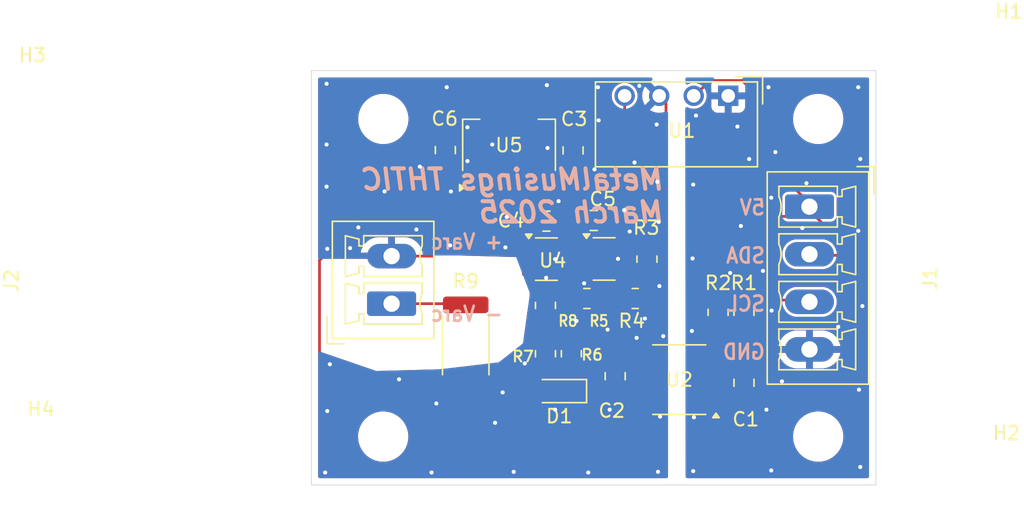
<source format=kicad_pcb>
(kicad_pcb (version 20240108) (generator "pcbnew") (generator_version "8.0")
  (title_block (comment 4 "AISLER Project ID: TCOKWDCI"))
  (layers (0 "F.Cu" signal) (31 "B.Cu" signal) (34 "B.Paste" user) (35 "F.Paste" user) (36 "B.SilkS" user "B.Silkscreen") (37 "F.SilkS" user "F.Silkscreen") (38 "B.Mask" user) (39 "F.Mask" user) (44 "Edge.Cuts" user))
  (net 0 "")
  (net 1 "GND")
  (net 2 "5V")
  (net 3 "GND_ISO")
  (net 4 "Net-(U1-+Vout)")
  (net 5 "VCC_ISO")
  (net 6 "Net-(J1-Pin_2)")
  (net 7 "Net-(J1-Pin_3)")
  (net 8 "Net-(U2-SDA2)")
  (net 9 "Net-(U2-SCL2)")
  (net 10 "Net-(U3-AIN)")
  (net 11 "Net-(J2-Pin_1)")
  (net 12 "Net-(R5-Pad2)")
  (net 13 "Net-(U4--)")
  (net 14 "Net-(D1-A)")
  (footprint "Package_TO_SOT_SMD:SOT-23-5" (layer "F.Cu") (at 176.276 97.9283)
    (property "Reference" "U3" (hide yes))
    (property "Value" "MCP3221")
    (pad "1" smd roundrect (at -1.1375 -0.95) (size 1.325 0.6) (layers "F.Cu" "F.Paste" "F.Mask") (net 5 "VCC_ISO"))
    (pad "2" smd roundrect (at -1.1375 0) (size 1.325 0.6) (layers "F.Cu" "F.Paste" "F.Mask") (net 3 "GND_ISO"))
    (pad "3" smd roundrect (at -1.1375 0.95) (size 1.325 0.6) (layers "F.Cu" "F.Paste" "F.Mask") (net 10 "Net-(U3-AIN)"))
    (pad "4" smd roundrect (at 1.1375 0.95) (size 1.325 0.6) (layers "F.Cu" "F.Paste" "F.Mask") (net 8 "Net-(U2-SDA2)"))
    (pad "5" smd roundrect (at 1.1375 -0.95) (size 1.325 0.6) (layers "F.Cu" "F.Paste" "F.Mask") (net 9 "Net-(U2-SCL2)"))
  )
  (footprint "Package_TO_SOT_SMD:SOT-23-5" (layer "F.Cu") (at 172.03 97.9405)
    (property "Reference" "U4" (at 0.4595 0.1035 0) (layer "F.SilkS"))
    (property "Value" "LMV321")
    (pad "1" smd roundrect (at -1.1375 -0.95) (size 1.325 0.6) (layers "F.Cu" "F.Paste" "F.Mask") (net 3 "GND_ISO"))
    (pad "2" smd roundrect (at -1.1375 0) (size 1.325 0.6) (layers "F.Cu" "F.Paste" "F.Mask") (net 3 "GND_ISO"))
    (pad "3" smd roundrect (at -1.1375 0.95) (size 1.325 0.6) (layers "F.Cu" "F.Paste" "F.Mask") (net 13 "Net-(U4--)"))
    (pad "4" smd roundrect (at 1.1375 0.95) (size 1.325 0.6) (layers "F.Cu" "F.Paste" "F.Mask") (net 12 "Net-(R5-Pad2)"))
    (pad "5" smd roundrect (at 1.1375 -0.95) (size 1.325 0.6) (layers "F.Cu" "F.Paste" "F.Mask") (net 5 "VCC_ISO"))
  )
  (footprint "MountingHole:MountingHole_3.2mm_M3" (layer "F.Cu") (at 192.024 87.63)
    (property "Reference" "H1" (at 14.0185 -7.9055 0) (layer "F.SilkS"))
    (property "Value" "MountingHole")
    (pad "" np_thru_hole circle (at 0 0) (size 3.2 3.2) (drill 3.2) (layers "*.Cu" "*.Mask"))
  )
  (footprint "Resistor_SMD:R_0805_2012Metric" (layer "F.Cu") (at 186.563 101.854 -90)
    (property "Reference" "R1" (at -2.159 0 180) (layer "F.SilkS"))
    (property "Value" "2k2")
    (pad "1" smd roundrect (at -0.9125 0 270) (size 1.025 1.4) (layers "F.Cu" "F.Paste" "F.Mask") (roundrect_rratio 0.243902) (net 2 "5V"))
    (pad "2" smd roundrect (at 0.9125 0 270) (size 1.025 1.4) (layers "F.Cu" "F.Paste" "F.Mask") (roundrect_rratio 0.243902) (net 6 "Net-(J1-Pin_2)"))
  )
  (footprint "Diode_SMD:D_SOD-323_HandSoldering" (layer "F.Cu") (at 172.974 107.649 180)
    (property "Reference" "D1" (at 0 -1.85 180) (layer "F.SilkS"))
    (property "Value" "5.1V Zener")
    (pad "1" smd roundrect (at -1.25 0 180) (size 1 1) (layers "F.Cu" "F.Paste" "F.Mask") (net 3 "GND_ISO"))
    (pad "2" smd roundrect (at 1.25 0 180) (size 1 1) (layers "F.Cu" "F.Paste" "F.Mask") (net 14 "Net-(D1-A)"))
  )
  (footprint "Capacitor_SMD:C_0805_2012Metric" (layer "F.Cu") (at 177.0888 106.553 90)
    (property "Reference" "C2" (at -2.54 -0.254 180) (layer "F.SilkS"))
    (property "Value" "100nF")
    (pad "1" smd roundrect (at -0.95 0 90) (size 1 1.45) (layers "F.Cu" "F.Paste" "F.Mask") (net 5 "VCC_ISO"))
    (pad "2" smd roundrect (at 0.95 0 90) (size 1 1.45) (layers "F.Cu" "F.Paste" "F.Mask") (net 3 "GND_ISO"))
  )
  (footprint "Capacitor_SMD:C_0805_2012Metric" (layer "F.Cu") (at 172.03 95.1465 180)
    (property "Reference" "C4" (at 2.612 0.0489 180) (layer "F.SilkS"))
    (property "Value" "100nF")
    (pad "1" smd roundrect (at -0.95 0 180) (size 1 1.45) (layers "F.Cu" "F.Paste" "F.Mask") (net 5 "VCC_ISO"))
    (pad "2" smd roundrect (at 0.95 0 180) (size 1 1.45) (layers "F.Cu" "F.Paste" "F.Mask") (net 3 "GND_ISO"))
  )
  (footprint "MountingHole:MountingHole_3.2mm_M3" (layer "F.Cu") (at 160.03 87.63)
    (property "Reference" "H3" (at -25.81 -4.694 0) (layer "F.SilkS"))
    (property "Value" "MountingHole")
    (pad "" np_thru_hole circle (at 0 0) (size 3.2 3.2) (drill 3.2) (layers "*.Cu" "*.Mask"))
  )
  (footprint "Resistor_SMD:R_0805_2012Metric" (layer "F.Cu") (at 175.006 100.838 180)
    (property "Reference" "R5" (at -0.889 -1.651 0) (layer "F.SilkS") (effects (font (size 0.8 0.7))))
    (property "Value" "47")
    (pad "1" smd roundrect (at -0.9125 0 180) (size 1.025 1.4) (layers "F.Cu" "F.Paste" "F.Mask") (roundrect_rratio 0.243902) (net 10 "Net-(U3-AIN)"))
    (pad "2" smd roundrect (at 0.9125 0 180) (size 1.025 1.4) (layers "F.Cu" "F.Paste" "F.Mask") (roundrect_rratio 0.243902) (net 12 "Net-(R5-Pad2)"))
  )
  (footprint "Resistor_SMD:R_0805_2012Metric" (layer "F.Cu") (at 171.958 101.346 -90)
    (property "Reference" "R8" (at 1.143 -1.651 180) (layer "F.SilkS") (effects (font (size 0.8 0.7))))
    (property "Value" "100k")
    (pad "1" smd roundrect (at -0.9125 0 270) (size 1.025 1.4) (layers "F.Cu" "F.Paste" "F.Mask") (roundrect_rratio 0.243902) (net 12 "Net-(R5-Pad2)"))
    (pad "2" smd roundrect (at 0.9125 0 270) (size 1.025 1.4) (layers "F.Cu" "F.Paste" "F.Mask") (roundrect_rratio 0.243902) (net 13 "Net-(U4--)"))
  )
  (footprint "Resistor_SMD:R_0805_2012Metric" (layer "F.Cu") (at 179.4256 97.9405 90)
    (property "Reference" "R3" (at 2.3095 -0.0485 180) (layer "F.SilkS"))
    (property "Value" "2k2")
    (pad "1" smd roundrect (at -0.9125 0 90) (size 1.025 1.4) (layers "F.Cu" "F.Paste" "F.Mask") (roundrect_rratio 0.243902) (net 5 "VCC_ISO"))
    (pad "2" smd roundrect (at 0.9125 0 90) (size 1.025 1.4) (layers "F.Cu" "F.Paste" "F.Mask") (roundrect_rratio 0.243902) (net 9 "Net-(U2-SCL2)"))
  )
  (footprint "Package_SO:SOIC-8_3.9x4.9mm_P1.27mm" (layer "F.Cu") (at 181.802 106.807 180)
    (property "Reference" "U2" (at 0 0 0) (layer "F.SilkS"))
    (property "Value" "ISO1540")
    (pad "1" smd roundrect (at -2.475 -1.905 180) (size 1.95 0.6) (layers "F.Cu" "F.Paste" "F.Mask") (net 2 "5V"))
    (pad "2" smd roundrect (at -2.475 -0.635 180) (size 1.95 0.6) (layers "F.Cu" "F.Paste" "F.Mask") (net 6 "Net-(J1-Pin_2)"))
    (pad "3" smd roundrect (at -2.475 0.635 180) (size 1.95 0.6) (layers "F.Cu" "F.Paste" "F.Mask") (net 7 "Net-(J1-Pin_3)"))
    (pad "4" smd roundrect (at -2.475 1.905 180) (size 1.95 0.6) (layers "F.Cu" "F.Paste" "F.Mask") (net 1 "GND"))
    (pad "5" smd roundrect (at 2.475 1.905 180) (size 1.95 0.6) (layers "F.Cu" "F.Paste" "F.Mask") (net 3 "GND_ISO"))
    (pad "6" smd roundrect (at 2.475 0.635 180) (size 1.95 0.6) (layers "F.Cu" "F.Paste" "F.Mask") (net 9 "Net-(U2-SCL2)"))
    (pad "7" smd roundrect (at 2.475 -0.635 180) (size 1.95 0.6) (layers "F.Cu" "F.Paste" "F.Mask") (net 8 "Net-(U2-SDA2)"))
    (pad "8" smd roundrect (at 2.475 -1.905 180) (size 1.95 0.6) (layers "F.Cu" "F.Paste" "F.Mask") (net 5 "VCC_ISO"))
  )
  (footprint "MountingHole:MountingHole_3.2mm_M3" (layer "F.Cu") (at 160.02 110.998)
    (property "Reference" "H4" (at -25.175 -2.018 0) (layer "F.SilkS"))
    (property "Value" "MountingHole")
    (pad "" np_thru_hole circle (at 0 0) (size 3.2 3.2) (drill 3.2) (layers "*.Cu" "*.Mask"))
  )
  (footprint "Resistor_SMD:R_2512_6332Metric" (layer "F.Cu") (at 166.0915 104.267 -90)
    (property "Reference" "R9" (at -4.699 0 0) (layer "F.SilkS"))
    (property "Value" "100k")
    (pad "1" smd roundrect (at -2.9625 0 270) (size 1.225 3.35) (layers "F.Cu" "F.Paste" "F.Mask") (roundrect_rratio 0.204082) (net 11 "Net-(J2-Pin_1)"))
    (pad "2" smd roundrect (at 2.9625 0 270) (size 1.225 3.35) (layers "F.Cu" "F.Paste" "F.Mask") (roundrect_rratio 0.204082) (net 14 "Net-(D1-A)"))
  )
  (footprint "Connector_Phoenix_MC:PhoenixContact_MCV_1,5_2-G-3.5_1x02_P3.50mm_Vertical" (layer "F.Cu") (at 160.638 101.219 90)
    (property "Reference" "J2" (at 1.6625 -27.9615 90) (layer "F.SilkS"))
    (property "Value" "Plasma 200V")
    (pad "1" thru_hole roundrect (at 0 0 90) (size 1.8 3.6) (drill 1.2) (layers "*.Cu" "*.Mask") (roundrect_rratio 0.138889) (net 11 "Net-(J2-Pin_1)"))
    (pad "2" thru_hole oval (at 3.5 0 90) (size 1.8 3.6) (drill 1.2) (layers "*.Cu" "*.Mask") (net 3 "GND_ISO"))
  )
  (footprint "Capacitor_SMD:C_0805_2012Metric" (layer "F.Cu") (at 164.592 89.916 -90)
    (property "Reference" "C6" (at -2.3095 0.0485 180) (layer "F.SilkS"))
    (property "Value" "10uF")
    (pad "1" smd roundrect (at -0.95 0 270) (size 1 1.45) (layers "F.Cu" "F.Paste" "F.Mask") (net 5 "VCC_ISO"))
    (pad "2" smd roundrect (at 0.95 0 270) (size 1 1.45) (layers "F.Cu" "F.Paste" "F.Mask") (net 3 "GND_ISO"))
  )
  (footprint "Capacitor_SMD:C_0805_2012Metric" (layer "F.Cu") (at 186.563 107.0375 90)
    (property "Reference" "C1" (at -2.6905 0.127 180) (layer "F.SilkS"))
    (property "Value" "100nF")
    (pad "1" smd roundrect (at -0.95 0 90) (size 1 1.45) (layers "F.Cu" "F.Paste" "F.Mask") (net 2 "5V"))
    (pad "2" smd roundrect (at 0.95 0 90) (size 1 1.45) (layers "F.Cu" "F.Paste" "F.Mask") (net 1 "GND"))
  )
  (footprint "Capacitor_SMD:C_0805_2012Metric" (layer "F.Cu") (at 173.99 89.941 90)
    (property "Reference" "C3" (at 2.3095 0.0785 180) (layer "F.SilkS"))
    (property "Value" "10uF")
    (pad "1" smd roundrect (at -0.95 0 90) (size 1 1.45) (layers "F.Cu" "F.Paste" "F.Mask") (net 4 "Net-(U1-+Vout)"))
    (pad "2" smd roundrect (at 0.95 0 90) (size 1 1.45) (layers "F.Cu" "F.Paste" "F.Mask") (net 3 "GND_ISO"))
  )
  (footprint "MountingHole:MountingHole_3.2mm_M3" (layer "F.Cu") (at 192.024 110.998)
    (property "Reference" "H2" (at 13.843 -0.254 0) (layer "F.SilkS"))
    (property "Value" "MountingHole")
    (pad "" np_thru_hole circle (at 0 0) (size 3.2 3.2) (drill 3.2) (layers "*.Cu" "*.Mask"))
  )
  (footprint "Capacitor_SMD:C_0805_2012Metric" (layer "F.Cu") (at 175.514 95.0976 180)
    (property "Reference" "C5" (at -0.6604 1.5748 0) (layer "F.SilkS"))
    (property "Value" "100nF")
    (pad "1" smd roundrect (at -0.95 0 180) (size 1 1.45) (layers "F.Cu" "F.Paste" "F.Mask") (net 5 "VCC_ISO"))
    (pad "2" smd roundrect (at 0.95 0 180) (size 1 1.45) (layers "F.Cu" "F.Paste" "F.Mask") (net 3 "GND_ISO"))
  )
  (footprint "Package_TO_SOT_SMD:SOT-223-3_TabPin2" (layer "F.Cu") (at 169.277 89.56 90)
    (property "Reference" "U5" (at 0 0 0) (layer "F.SilkS"))
    (property "Value" "AMS1117-5")
    (pad "1" smd roundrect (at -3.15 -2.3 90) (size 2 1.5) (layers "F.Cu" "F.Paste" "F.Mask") (net 3 "GND_ISO"))
    (pad "2" smd roundrect (at -3.15 0 90) (size 2 1.5) (layers "F.Cu" "F.Paste" "F.Mask") (net 5 "VCC_ISO"))
    (pad "2" smd roundrect (at 3.15 0 90) (size 2 3.8) (layers "F.Cu" "F.Paste" "F.Mask") (net 5 "VCC_ISO"))
    (pad "3" smd roundrect (at -3.15 2.3 90) (size 2 1.5) (layers "F.Cu" "F.Paste" "F.Mask") (net 4 "Net-(U1-+Vout)"))
  )
  (footprint "Resistor_SMD:R_0805_2012Metric" (layer "F.Cu") (at 171.958 104.902 90)
    (property "Reference" "R7" (at -0.207 -1.651 180) (layer "F.SilkS") (effects (font (size 0.8 0.8))))
    (property "Value" "2k7")
    (pad "1" smd roundrect (at -0.9125 0 90) (size 1.025 1.4) (layers "F.Cu" "F.Paste" "F.Mask") (roundrect_rratio 0.243902) (net 14 "Net-(D1-A)"))
    (pad "2" smd roundrect (at 0.9125 0 90) (size 1.025 1.4) (layers "F.Cu" "F.Paste" "F.Mask") (roundrect_rratio 0.243902) (net 3 "GND_ISO"))
  )
  (footprint "Resistor_SMD:R_0805_2012Metric" (layer "F.Cu") (at 178.562 100.838 180)
    (property "Reference" "R4" (at 0.254 -1.651 0) (layer "F.SilkS"))
    (property "Value" "2k2")
    (pad "1" smd roundrect (at -0.9125 0 180) (size 1.025 1.4) (layers "F.Cu" "F.Paste" "F.Mask") (roundrect_rratio 0.243902) (net 5 "VCC_ISO"))
    (pad "2" smd roundrect (at 0.9125 0 180) (size 1.025 1.4) (layers "F.Cu" "F.Paste" "F.Mask") (roundrect_rratio 0.243902) (net 8 "Net-(U2-SDA2)"))
  )
  (footprint "Converter_DCDC:Converter_DCDC_TRACO_TEA1-xxxx_THT" (layer "F.Cu") (at 185.4045 85.9265 -90)
    (property "Reference" "U1" (at 2.569 3.4135 0) (layer "F.SilkS"))
    (property "Value" "B0509S-1WR3")
    (pad "1" thru_hole rect (at 0 0 270) (size 1.5 1.5) (drill 1) (layers "*.Cu" "*.Mask") (net 1 "GND"))
    (pad "2" thru_hole circle (at 0 2.54 270) (size 1.5 1.5) (drill 1) (layers "*.Cu" "*.Mask") (net 2 "5V"))
    (pad "3" thru_hole circle (at 0 5.08 270) (size 1.5 1.5) (drill 1) (layers "*.Cu" "*.Mask") (net 3 "GND_ISO"))
    (pad "4" thru_hole circle (at 0 7.62 270) (size 1.5 1.5) (drill 1) (layers "*.Cu" "*.Mask") (net 4 "Net-(U1-+Vout)"))
  )
  (footprint "Resistor_SMD:R_0805_2012Metric" (layer "F.Cu") (at 184.658 101.854 -90)
    (property "Reference" "R2" (at -2.159 0 180) (layer "F.SilkS"))
    (property "Value" "2k2")
    (pad "1" smd roundrect (at -0.9125 0 270) (size 1.025 1.4) (layers "F.Cu" "F.Paste" "F.Mask") (roundrect_rratio 0.243902) (net 2 "5V"))
    (pad "2" smd roundrect (at 0.9125 0 270) (size 1.025 1.4) (layers "F.Cu" "F.Paste" "F.Mask") (roundrect_rratio 0.243902) (net 7 "Net-(J1-Pin_3)"))
  )
  (footprint "Connector_Phoenix_MC:PhoenixContact_MCV_1,5_4-G-3.5_1x04_P3.50mm_Vertical" (layer "F.Cu") (at 191.3815 94.0815 -90)
    (property "Reference" "J1" (at 5.293 -8.89 90) (layer "F.SilkS"))
    (property "Value" "Conn_01x04_Pin")
    (pad "1" thru_hole roundrect (at 0 0 270) (size 1.8 3.6) (drill 1.2) (layers "*.Cu" "*.Mask") (roundrect_rratio 0.138889) (net 2 "5V"))
    (pad "2" thru_hole oval (at 3.5 0 270) (size 1.8 3.6) (drill 1.2) (layers "*.Cu" "*.Mask") (net 6 "Net-(J1-Pin_2)"))
    (pad "3" thru_hole oval (at 7 0 270) (size 1.8 3.6) (drill 1.2) (layers "*.Cu" "*.Mask") (net 7 "Net-(J1-Pin_3)"))
    (pad "4" thru_hole oval (at 10.5 0 270) (size 1.8 3.6) (drill 1.2) (layers "*.Cu" "*.Mask") (net 1 "GND"))
  )
  (footprint "Resistor_SMD:R_0805_2012Metric" (layer "F.Cu") (at 173.863 104.902 -90)
    (property "Reference" "R6" (at 0.08 -1.524 0) (layer "F.SilkS") (effects (font (size 0.8 0.8))))
    (property "Value" "100k")
    (pad "1" smd roundrect (at -0.9125 0 270) (size 1.025 1.4) (layers "F.Cu" "F.Paste" "F.Mask") (roundrect_rratio 0.243902) (net 13 "Net-(U4--)"))
    (pad "2" smd roundrect (at 0.9125 0 270) (size 1.025 1.4) (layers "F.Cu" "F.Paste" "F.Mask") (roundrect_rratio 0.243902) (net 14 "Net-(D1-A)"))
  )
  (gr_rect (start 154.7345 84.074) (end 196.2635 114.554) (stroke (width 0.05)) (fill none) (layer "Edge.Cuts"))
  (gr_text "MetalMusings THTIC\nMarch 2025" (at 180.848 95.377 0) (layer "B.SilkS") (effects (font (size 1.5 1.5) (thickness 0.3) (bold yes) (italic yes)) (justify left bottom mirror)))
  (gr_text "+ Varc\n\n\n- Varc\n" (at 168.91 102.616 0) (layer "B.SilkS") (effects (font (size 1.1 1) (thickness 0.2) (bold yes)) (justify left bottom mirror)))
  (gr_text "5V\n\nSDA\n\nSCL\n\nGND" (at 188.214 105.41 0) (layer "B.SilkS") (effects (font (size 1.1 1) (thickness 0.2) (bold yes)) (justify left bottom mirror)))
  (segment (start 186.436 104.902) (end 186.69 105.156) (width 0.2) (layer "F.Cu") (net 1))
  (segment (start 184.277 104.013) (end 183.515 103.251) (width 0.2) (layer "F.Cu") (net 1))
  (segment (start 185.547 86.9037) (end 185.547 85.852) (width 0.2) (layer "F.Cu") (net 1))
  (segment (start 184.277 104.902) (end 184.277 104.013) (width 0.2) (layer "F.Cu") (net 1))
  (segment (start 183.515 88.9357) (end 185.547 86.9037) (width 0.2) (layer "F.Cu") (net 1))
  (segment (start 186.69 105.156) (end 186.69 106.0875) (width 0.2) (layer "F.Cu") (net 1))
  (segment (start 183.515 103.251) (end 183.515 88.9357) (width 0.2) (layer "F.Cu") (net 1))
  (segment (start 184.277 104.902) (end 186.436 104.902) (width 0.2) (layer "F.Cu") (net 1))
  (via (at 189.357 106.934) (size 0.6) (drill 0.3) (layers "F.Cu" "B.Cu") (net 1))
  (via (at 193.4972 102.9208) (size 0.6) (drill 0.3) (layers "F.Cu" "B.Cu") (net 1))
  (via (at 195.1228 113.2332) (size 0.6) (drill 0.3) (layers "F.Cu" "B.Cu") (net 1))
  (via (at 188.5696 113.4872) (size 0.6) (drill 0.3) (layers "F.Cu" "B.Cu") (net 1))
  (via (at 195.1228 90.5764) (size 0.6) (drill 0.3) (layers "F.Cu" "B.Cu") (net 1))
  (via (at 190.8556 95.6564) (size 0.6) (drill 0.3) (layers "F.Cu" "B.Cu") (net 1))
  (via (at 186.944 90.5764) (size 0.6) (drill 0.3) (layers "F.Cu" "B.Cu") (net 1))
  (via (at 187.96 98.806) (size 0.6) (drill 0.3) (layers "F.Cu" "B.Cu") (net 1))
  (via (at 195.2752 101.3968) (size 0.6) (drill 0.3) (layers "F.Cu" "B.Cu") (net 1))
  (via (at 186.3344 95.504) (size 0.6) (drill 0.3) (layers "F.Cu" "B.Cu") (net 1))
  (via (at 188.3664 85.2932) (size 0.6) (drill 0.3) (layers "F.Cu" "B.Cu") (net 1))
  (via (at 191.1604 92.3544) (size 0.6) (drill 0.3) (layers "F.Cu" "B.Cu") (net 1))
  (via (at 188.214 109.0168) (size 0.6) (drill 0.3) (layers "F.Cu" "B.Cu") (net 1))
  (via (at 182.8292 113.538) (size 0.6) (drill 0.3) (layers "F.Cu" "B.Cu") (net 1))
  (via (at 194.9704 95.8596) (size 0.6) (drill 0.3) (layers "F.Cu" "B.Cu") (net 1))
  (via (at 186.0804 88.1888) (size 0.6) (drill 0.3) (layers "F.Cu" "B.Cu") (net 1))
  (via (at 182.88 109.5756) (size 0.6) (drill 0.3) (layers "F.Cu" "B.Cu") (net 1))
  (via (at 183.0324 87.376) (size 0.6) (drill 0.3) (layers "F.Cu" "B.Cu") (net 1))
  (via (at 188.8744 90.0684) (size 0.6) (drill 0.3) (layers "F.Cu" "B.Cu") (net 1))
  (via (at 182.7276 103.2256) (size 0.6) (drill 0.3) (layers "F.Cu" "B.Cu") (net 1))
  (via (at 195.0212 107.5436) (size 0.6) (drill 0.3) (layers "F.Cu" "B.Cu") (net 1))
  (via (at 185.547 98.9584) (size 0.6) (drill 0.3) (layers "F.Cu" "B.Cu") (net 1))
  (via (at 194.9704 85.2932) (size 0.6) (drill 0.3) (layers "F.Cu" "B.Cu") (net 1))
  (via (at 182.7784 97.8916) (size 0.6) (drill 0.3) (layers "F.Cu" "B.Cu") (net 1))
  (via (at 182.8292 92.456) (size 0.6) (drill 0.3) (layers "F.Cu" "B.Cu") (net 1))
  (via (at 188.5696 93.4212) (size 0.6) (drill 0.3) (layers "F.Cu" "B.Cu") (net 1))
  (via (at 188.595 101.727) (size 0.6) (drill 0.3) (layers "F.Cu" "B.Cu") (net 1))
  (segment (start 185.547 98.9584) (end 185.547 85.852) (width 0.2) (layer "B.Cu") (net 1))
  (segment (start 191.1275 104.5815) (end 189.0365 104.5815) (width 0.2) (layer "B.Cu") (net 1))
  (segment (start 185.547 101.092) (end 185.547 98.9584) (width 0.2) (layer "B.Cu") (net 1))
  (segment (start 189.0365 104.5815) (end 185.547 101.092) (width 0.2) (layer "B.Cu") (net 1))
  (segment (start 186.69 107.9875) (end 185.9655 108.712) (width 0.2) (layer "F.Cu") (net 2))
  (segment (start 188.0702 90.5162) (end 188.0702 86.4404) (width 0.2) (layer "F.Cu") (net 2))
  (segment (start 194.31 105.41) (end 191.7325 107.9875) (width 0.2) (layer "F.Cu") (net 2))
  (segment (start 186.563 100.9415) (end 184.658 100.9415) (width 0.2) (layer "F.Cu") (net 2))
  (segment (start 185.9655 108.712) (end 184.277 108.712) (width 0.2) (layer "F.Cu") (net 2))
  (segment (start 191.5573 94.7989) (end 189.3001 94.7989) (width 0.2) (layer "F.Cu") (net 2))
  (segment (start 189.3001 94.7989) (end 186.563 97.536) (width 0.2) (layer "F.Cu") (net 2))
  (segment (start 184.0587 84.8003) (end 183.007 85.852) (width 0.2) (layer "F.Cu") (net 2))
  (segment (start 186.563 97.536) (end 186.563 100.9415) (width 0.2) (layer "F.Cu") (net 2))
  (segment (start 194.31 97.282) (end 194.31 105.41) (width 0.2) (layer "F.Cu") (net 2))
  (segment (start 191.5085 93.9545) (end 188.0702 90.5162) (width 0.2) (layer "F.Cu") (net 2))
  (segment (start 191.8269 94.7989) (end 194.31 97.282) (width 0.2) (layer "F.Cu") (net 2))
  (segment (start 188.0702 86.4404) (end 186.4301 84.8003) (width 0.2) (layer "F.Cu") (net 2))
  (segment (start 191.7325 107.9875) (end 186.69 107.9875) (width 0.2) (layer "F.Cu") (net 2))
  (segment (start 186.4301 84.8003) (end 184.0587 84.8003) (width 0.2) (layer "F.Cu") (net 2))
  (segment (start 174.1424 95.5192) (end 174.1424 97.9405) (width 0.2) (layer "F.Cu") (net 3))
  (segment (start 171.958 103.9895) (end 171.9599 103.9895) (width 0.2) (layer "F.Cu") (net 3))
  (segment (start 170.5845 103.9895) (end 168.3512 106.2228) (width 0.2) (layer "F.Cu") (net 3))
  (segment (start 174.564 95.0976) (end 174.1424 95.5192) (width 0.2) (layer "F.Cu") (net 3))
  (segment (start 163.6532 97.719) (end 163.9601 97.4121) (width 0.2) (layer "F.Cu") (net 3))
  (segment (start 171.015 85.1021) (end 173.99 88.0772) (width 0.2) (layer "F.Cu") (net 3))
  (segment (start 163.531 89.8048) (end 163.531 88.4981) (width 0.2) (layer "F.Cu") (net 3))
  (segment (start 169.111703 94.845097) (end 169.147 94.8804) (width 0.2) (layer "F.Cu") (net 3))
  (segment (start 179.327 104.902) (end 180.6209 103.6081) (width 0.2) (layer "F.Cu") (net 3))
  (segment (start 167.4368 113.03) (end 161.65155 107.24475) (width 0.2) (layer "F.Cu") (net 3))
  (segment (start 174.1424 109.420786) (end 170.533186 113.03) (width 0.2) (layer "F.Cu") (net 3))
  (segment (start 156.0957 105.6767) (end 155.3345 104.9155) (width 0.2) (layer "F.Cu") (net 3))
  (segment (start 155.3345 104.9155) (end 155.3345 98.0305) (width 0.2) (layer "F.Cu") (net 3))
  (segment (start 180.8256 86.2106) (end 180.796 86.181) (width 0.2) (layer "F.Cu") (net 3))
  (segment (start 170.8925 97.9405) (end 172.6692 97.9405) (width 0.2) (layer "F.Cu") (net 3))
  (segment (start 169.147 95.1465) (end 171.08 95.1465) (width 0.2) (layer "F.Cu") (net 3))
  (segment (start 174.1424 107.7306) (end 174.1424 109.420786) (width 0.2) (layer "F.Cu") (net 3))
  (segment (start 177.165 104.902) (end 179.327 104.902) (width 0.2) (layer "F.Cu") (net 3))
  (segment (start 161.65155 107.24475) (end 157.66375 107.24475) (width 0.2) (layer "F.Cu") (net 3))
  (segment (start 179.1266 84.7656) (end 177.302 84.7656) (width 0.2) (layer "F.Cu") (net 3))
  (segment (start 170.8925 97.9405) (end 170.8925 96.9905) (width 0.2) (layer "F.Cu") (net 3))
  (segment (start 180.213 85.852) (end 179.1266 84.7656) (width 0.2) (layer "F.Cu") (net 3))
  (segment (start 166.927 85.1021) (end 171.015 85.1021) (width 0.2) (layer "F.Cu") (net 3))
  (segment (start 164.0657 106.4951) (end 162.4838 108.077) (width 0.2) (layer "F.Cu") (net 3))
  (segment (start 163.9601 97.4121) (end 166.8814 97.4121) (width 0.2) (layer "F.Cu") (net 3))
  (segment (start 169.147 94.8804) (end 169.147 95.1465) (width 0.2) (layer "F.Cu") (net 3))
  (segment (start 164.1165 106.4951) (end 164.0657 106.4951) (width 0.2) (layer "F.Cu") (net 3))
  (segment (start 171.958 103.9895) (end 170.5845 103.9895) (width 0.2) (layer "F.Cu") (net 3))
  (segment (start 166.977 92.71) (end 165.133 90.866) (width 0.2) (layer "F.Cu") (net 3))
  (segment (start 166.8814 97.4121) (end 169.147 95.1465) (width 0.2) (layer "F.Cu") (net 3))
  (segment (start 177.165 105.603) (end 177.165 104.902) (width 0.2) (layer "F.Cu") (net 3))
  (segment (start 174.1424 97.9405) (end 175.0835 97.9405) (width 0.2) (layer "F.Cu") (net 3))
  (segment (start 171.08 96.803) (end 170.8925 96.9905) (width 0.2) (layer "F.Cu") (net 3))
  (segment (start 177.302 84.7656) (end 173.99 88.0772) (width 0.2) (layer "F.Cu") (net 3))
  (segment (start 163.531 88.4981) (end 166.927 85.1021) (width 0.2) (layer "F.Cu") (net 3))
  (segment (start 168.3512 106.2228) (end 164.3888 106.2228) (width 0.2) (layer "F.Cu") (net 3))
  (segment (start 171.08 95.1465) (end 171.08 96.803) (width 0.2) (layer "F.Cu") (net 3))
  (segment (start 180.467 85.852) (end 180.213 85.852) (width 0.2) (layer "F.Cu") (net 3))
  (segment (start 166.977 92.71) (end 169.111703 94.845097) (width 0.2) (layer "F.Cu") (net 3))
  (segment (start 180.6209 103.6081) (end 180.8256 103.4034) (width 0.2) (layer "F.Cu") (net 3))
  (segment (start 157.66375 107.24475) (end 156.0957 105.6767) (width 0.2) (layer "F.Cu") (net 3))
  (segment (start 170.533186 113.03) (end 167.4368 113.03) (width 0.2) (layer "F.Cu") (net 3))
  (segment (start 155.3345 98.0305) (end 155.646 97.719) (width 0.2) (layer "F.Cu") (net 3))
  (segment (start 164.3888 106.2228) (end 164.1165 106.4951) (width 0.2) (layer "F.Cu") (net 3))
  (segment (start 155.646 97.719) (end 163.6532 97.719) (width 0.2) (layer "F.Cu") (net 3))
  (segment (start 164.592 90.866) (end 163.531 89.8048) (width 0.2) (layer "F.Cu") (net 3))
  (segment (start 172.6692 97.9405) (end 174.1424 97.9405) (width 0.2) (layer "F.Cu") (net 3))
  (segment (start 173.99 88.0772) (end 173.99 88.991) (width 0.2) (layer "F.Cu") (net 3))
  (segment (start 180.8256 103.4034) (end 180.8256 86.2106) (width 0.2) (layer "F.Cu") (net 3))
  (via (at 175.1076 113.6396) (size 0.6) (drill 0.3) (layers "F.Cu" "B.Cu") (net 3))
  (via (at 166.2176 88.2396) (size 0.6) (drill 0.3) (layers "F.Cu" "B.Cu") (net 3))
  (via (at 175.5648 91.3384) (size 0.6) (drill 0.3) (layers "F.Cu" "B.Cu") (net 3))
  (via (at 175.8696 87.7316) (size 0.6) (drill 0.3) (layers "F.Cu" "B.Cu") (net 3))
  (via (at 172.6692 97.9405) (size 0.6) (drill 0.3) (layers "F.Cu" "B.Cu") (net 3))
  (via (at 177.7492 94.3356) (size 0.6) (drill 0.3) (layers "F.Cu" "B.Cu") (net 3))
  (via (at 155.8544 89.5096) (size 0.6) (drill 0.3) (layers "F.Cu" "B.Cu") (net 3))
  (via (at 157.5816 97.1296) (size 0.6) (drill 0.3) (layers "F.Cu" "B.Cu") (net 3))
  (via (at 160.1216 92.964) (size 0.6) (drill 0.3) (layers "F.Cu" "B.Cu") (net 3))
  (via (at 168.0464 89.5096) (size 0.6) (drill 0.3) (layers "F.Cu" "B.Cu") (net 3))
  (via (at 178.8668 85.1916) (size 0.6) (drill 0.3) (layers "F.Cu" "B.Cu") (net 3))
  (via (at 180.2384 113.5888) (size 0.6) (drill 0.3) (layers "F.Cu" "B.Cu") (net 3))
  (via (at 174.8028 99.7204) (size 0.6) (drill 0.3) (layers "F.Cu" "B.Cu") (net 3))
  (via (at 180.1368 88.0364) (size 0.6) (drill 0.3) (layers "F.Cu" "B.Cu") (net 3))
  (via (at 169.111703 94.845097) (size 0.6) (drill 0.3) (layers "F.Cu" "B.Cu") (net 3))
  (via (at 169.0116 97.0788) (size 0.6) (drill 0.3) (layers "F.Cu" "B.Cu") (net 3))
  (via (at 155.8544 85.0392) (size 0.6) (drill 0.3) (layers "F.Cu" "B.Cu") (net 3))
  (via (at 175.8188 85.2932) (size 0.6) (drill 0.3) (layers "F.Cu" "B.Cu") (net 3))
  (via (at 172.0088 99.314) (size 0.6) (drill 0.3) (layers "F.Cu" "B.Cu") (net 3))
  (via (at 161.1884 106.7816) (size 0.6) (drill 0.3) (layers "F.Cu" "B.Cu") (net 3))
  (via (at 163.576 113.6396) (size 0.6) (drill 0.3) (layers "F.Cu" "B.Cu") (net 3))
  (via (at 169.6212 113.5888) (size 0.6) (drill 0.3) (layers "F.Cu" "B.Cu") (net 3))
  (via (at 156.0957 105.6767) (size 0.6) (drill 0.3) (layers "F.Cu" "B.Cu") (net 3))
  (via (at 170.434 105.6132) (size 0.6) (drill 0.3) (layers "F.Cu" "B.Cu") (net 3))
  (via (at 172.1104 89.7636) (size 0.6) (drill 0.3) (layers "F.Cu" "B.Cu") (net 3))
  (via (at 162.4584 95.758) (size 0.6) (drill 0.3) (layers "F.Cu" "B.Cu") (net 3))
  (via (at 180.2892 95.1992) (size 0.6) (drill 0.3) (layers "F.Cu" "B.Cu") (net 3))
  (via (at 179.2732 102.3112) (size 0.6) (drill 0.3) (layers "F.Cu" "B.Cu") (net 3))
  (via (at 174.244 102.489) (size 0.6) (drill 0.3) (layers "F.Cu" "B.Cu") (net 3))
  (via (at 168.8084 107.7468) (size 0.6) (drill 0.3) (layers "F.Cu" "B.Cu") (net 3))
  (via (at 155.9052 97.1804) (size 0.6) (drill 0.3) (layers "F.Cu" "B.Cu") (net 3))
  (via (at 158.1912 95.6056) (size 0.6) (drill 0.3) (layers "F.Cu" "B.Cu") (net 3))
  (via (at 180.3908 109.5248) (size 0.6) (drill 0.3) (layers "F.Cu" "B.Cu") (net 3))
  (via (at 176.53 103.124) (size 0.6) (drill 0.3) (layers "F.Cu" "B.Cu") (net 3))
  (via (at 168.2496 109.982) (size 0.6) (drill 0.3) (layers "F.Cu" "B.Cu") (net 3))
  (via (at 178.1556 95.9104) (size 0.6) (drill 0.3) (layers "F.Cu" "B.Cu") (net 3))
  (via (at 164.9476 96.9264) (size 0.6) (drill 0.3) (layers "F.Cu" "B.Cu") (net 3))
  (via (at 177.292 97.917) (size 0.6) (drill 0.3) (layers "F.Cu" "B.Cu") (net 3))
  (via (at 155.8544 92.6084) (size 0.6) (drill 0.3) (layers "F.Cu" "B.Cu") (net 3))
  (via (at 176.6824 109.0168) (size 0.6) (drill 0.3) (layers "F.Cu" "B.Cu") (net 3))
  (via (at 178.5112 90.8304) (size 0.6) (drill 0.3) (layers "F.Cu" "B.Cu") (net 3))
  (via (at 172.6692 109.0168) (size 0.6) (drill 0.3) (layers "F.Cu" "B.Cu") (net 3))
  (via (at 178.6636 103.7336) (size 0.6) (drill 0.3) (layers "F.Cu" "B.Cu") (net 3))
  (via (at 166.2176 90.7288) (size 0.6) (drill 0.3) (layers "F.Cu" "B.Cu") (net 3))
  (via (at 164.9984 92.964) (size 0.6) (drill 0.3) (layers "F.Cu" "B.Cu") (net 3))
  (via (at 155.7528 113.6396) (size 0.6) (drill 0.3) (layers "F.Cu" "B.Cu") (net 3))
  (via (at 163.9316 108.5596) (size 0.6) (drill 0.3) (layers "F.Cu" "B.Cu") (net 3))
  (via (at 180.1876 92.2528) (size 0.6) (drill 0.3) (layers "F.Cu" "B.Cu") (net 3))
  (via (at 180.34 99.9236) (size 0.6) (drill 0.3) (layers "F.Cu" "B.Cu") (net 3))
  (via (at 172.9232 93.6752) (size 0.6) (drill 0.3) (layers "F.Cu" "B.Cu") (net 3))
  (via (at 155.9052 109.1184) (size 0.6) (drill 0.3) (layers "F.Cu" "B.Cu") (net 3))
  (via (at 164.6936 85.2932) (size 0.6) (drill 0.3) (layers "F.Cu" "B.Cu") (net 3))
  (via (at 162.7124 91.1352) (size 0.6) (drill 0.3) (layers "F.Cu" "B.Cu") (net 3))
  (via (at 180.6209 103.6081) (size 0.6) (drill 0.3) (layers "F.Cu" "B.Cu") (net 3))
  (via (at 172.0596 85.1408) (size 0.6) (drill 0.3) (layers "F.Cu" "B.Cu") (net 3))
  (segment (start 177.7845 85.9945) (end 177.7845 87.0965) (width 0.2) (layer "F.Cu") (net 4))
  (segment (start 177.7845 87.0965) (end 173.99 90.891) (width 0.2) (layer "F.Cu") (net 4))
  (segment (start 173.396 90.891) (end 171.577 92.71) (width 0.2) (layer "F.Cu") (net 4))
  (segment (start 179.4745 98.8549) (end 179.4764 98.853) (width 0.2) (layer "F.Cu") (net 5))
  (segment (start 180.4256 96.504) (end 179.0192 95.0976) (width 0.2) (layer "F.Cu") (net 5))
  (segment (start 175.542352 96.9783) (end 176.1518 97.587748) (width 0.2) (layer "F.Cu") (net 5))
  (segment (start 179.0192 95.0976) (end 176.464 95.0976) (width 0.2) (layer "F.Cu") (net 5))
  (segment (start 166.127 89.56) (end 169.277 86.41) (width 0.2) (layer "F.Cu") (net 5))
  (segment (start 172.5469 95.5796) (end 172.98 95.1465) (width 0.2) (layer "F.Cu") (net 5))
  (segment (start 172.5469 96.3699) (end 173.1675 96.9905) (width 0.2) (layer "F.Cu") (net 5))
  (segment (start 180.4256 97.853) (end 180.4256 96.504) (width 0.2) (layer "F.Cu") (net 5))
  (segment (start 176.731 100.153256) (end 176.731 102.074471) (width 0.2) (layer "F.Cu") (net 5))
  (segment (start 175.263 106.689885) (end 176.076115 107.503) (width 0.2) (layer "F.Cu") (net 5))
  (segment (start 179.4745 100.838) (end 179.4745 98.8549) (width 0.2) (layer "F.Cu") (net 5))
  (segment (start 175.883151 96.284449) (end 176.192849 96.284449) (width 0.2) (layer "F.Cu") (net 5))
  (segment (start 176.731 102.074471) (end 175.263 103.542471) (width 0.2) (layer "F.Cu") (net 5))
  (segment (start 176.464 96.013298) (end 176.464 95.0976) (width 0.2) (layer "F.Cu") (net 5))
  (segment (start 175.263 103.542471) (end 175.263 106.689885) (width 0.2) (layer "F.Cu") (net 5))
  (segment (start 171.888 94.0544) (end 172.98 95.1465) (width 0.2) (layer "F.Cu") (net 5))
  (segment (start 176.192849 96.284449) (end 176.464 96.013298) (width 0.2) (layer "F.Cu") (net 5))
  (segment (start 175.439 94.0726) (end 174.0539 94.0726) (width 0.2) (layer "F.Cu") (net 5))
  (segment (start 179.4256 98.853) (end 180.4256 97.853) (width 0.2) (layer "F.Cu") (net 5))
  (segment (start 166.127 89.56) (end 169.277 92.71) (width 0.2) (layer "F.Cu") (net 5))
  (segment (start 179.4256 98.853) (end 179.4764 98.853) (width 0.2) (layer "F.Cu") (net 5))
  (segment (start 170.621 94.0544) (end 171.888 94.0544) (width 0.2) (layer "F.Cu") (net 5))
  (segment (start 176.1518 99.574056) (end 176.731 100.153256) (width 0.2) (layer "F.Cu") (net 5))
  (segment (start 176.464 95.0976) (end 175.439 94.0726) (width 0.2) (layer "F.Cu") (net 5))
  (segment (start 172.5469 96.3699) (end 172.5469 95.5796) (width 0.2) (layer "F.Cu") (net 5))
  (segment (start 178.2978 108.712) (end 179.327 108.712) (width 0.2) (layer "F.Cu") (net 5))
  (segment (start 169.277 92.71) (end 170.621 94.0544) (width 0.2) (layer "F.Cu") (net 5))
  (segment (start 174.0539 94.0726) (end 172.98 95.1465) (width 0.2) (layer "F.Cu") (net 5))
  (segment (start 165.533 88.966) (end 166.127 89.56) (width 0.2) (layer "F.Cu") (net 5))
  (segment (start 177.0888 107.503) (end 178.2978 108.712) (width 0.2) (layer "F.Cu") (net 5))
  (segment (start 175.1893 96.9783) (end 175.542352 96.9783) (width 0.2) (layer "F.Cu") (net 5))
  (segment (start 176.076115 107.503) (end 177.0888 107.503) (width 0.2) (layer "F.Cu") (net 5))
  (segment (start 176.1518 97.587748) (end 176.1518 99.574056) (width 0.2) (layer "F.Cu") (net 5))
  (segment (start 175.1893 96.9783) (end 175.883151 96.284449) (width 0.2) (layer "F.Cu") (net 5))
  (segment (start 164.592 88.966) (end 165.533 88.966) (width 0.2) (layer "F.Cu") (net 5))
  (segment (start 187.6815 107.2125) (end 185.7765 107.2125) (width 0.15) (layer "F.Cu") (net 6))
  (segment (start 188.1384 104.3419) (end 188.1384 106.7556) (width 0.2) (layer "F.Cu") (net 6))
  (segment (start 193.802 98.0632) (end 193.802 101.3329) (width 0.2) (layer "F.Cu") (net 6))
  (segment (start 188.1384 106.7556) (end 187.706 107.188) (width 0.2) (layer "F.Cu") (net 6))
  (segment (start 187.706 107.188) (end 187.6815 107.2125) (width 0.15) (layer "F.Cu") (net 6))
  (segment (start 188.1384 104.3419) (end 188.1384 103.6834) (width 0.2) (layer "F.Cu") (net 6))
  (segment (start 185.7765 107.2125) (end 185.547 107.442) (width 0.15) (layer "F.Cu") (net 6))
  (segment (start 188.722 102.362) (end 188.1384 102.9456) (width 0.2) (layer "F.Cu") (net 6))
  (segment (start 188.1384 103.6834) (end 187.2215 102.7665) (width 0.2) (layer "F.Cu") (net 6))
  (segment (start 193.802 101.3329) (end 192.7729 102.362) (width 0.2) (layer "F.Cu") (net 6))
  (segment (start 184.277 107.442) (end 185.547 107.442) (width 0.2) (layer "F.Cu") (net 6))
  (segment (start 188.1384 102.9456) (end 188.1384 104.3419) (width 0.2) (layer "F.Cu") (net 6))
  (segment (start 191.717 97.663) (end 193.4018 97.663) (width 0.2) (layer "F.Cu") (net 6))
  (segment (start 193.4018 97.663) (end 193.802 98.0632) (width 0.2) (layer "F.Cu") (net 6))
  (segment (start 192.7729 102.362) (end 188.722 102.362) (width 0.2) (layer "F.Cu") (net 6))
  (segment (start 187.2215 102.7665) (end 186.563 102.7665) (width 0.2) (layer "F.Cu") (net 6))
  (segment (start 191.5085 100.9545) (end 188.4785 100.9545) (width 0.2) (layer "F.Cu") (net 7))
  (segment (start 187.715 104.149) (end 187.715 106.572) (width 0.2) (layer "F.Cu") (net 7))
  (segment (start 185.635 106.862) (end 184.945 106.172) (width 0.15) (layer "F.Cu") (net 7))
  (segment (start 185.155 103.264) (end 185.563256 103.264) (width 0.2) (layer "F.Cu") (net 7))
  (segment (start 187.425 106.862) (end 185.635 106.862) (width 0.15) (layer "F.Cu") (net 7))
  (segment (start 187.715 106.572) (end 187.425 106.862) (width 0.15) (layer "F.Cu") (net 7))
  (segment (start 187.679 101.754) (end 186.0751 101.754) (width 0.2) (layer "F.Cu") (net 7))
  (segment (start 186.0751 101.754) (end 184.8603 102.9688) (width 0.2) (layer "F.Cu") (net 7))
  (segment (start 184.9065 103.015) (end 185.155 103.264) (width 0.2) (layer "F.Cu") (net 7))
  (segment (start 185.878256 103.579) (end 187.145 103.579) (width 0.2) (layer "F.Cu") (net 7))
  (segment (start 187.145 103.579) (end 187.715 104.149) (width 0.2) (layer "F.Cu") (net 7))
  (segment (start 185.563256 103.264) (end 185.878256 103.579) (width 0.2) (layer "F.Cu") (net 7))
  (segment (start 188.4785 100.9545) (end 187.679 101.754) (width 0.2) (layer "F.Cu") (net 7))
  (segment (start 177.6495 100.838) (end 177.6495 102.96687) (width 0.2) (layer "F.Cu") (net 8))
  (segment (start 178.562 107.442) (end 178.562 107.315) (width 0.15) (layer "F.Cu") (net 8))
  (segment (start 175.8668 106.728) (end 176.022 106.728) (width 0.2) (layer "F.Cu") (net 8))
  (segment (start 177.6495 102.96687) (end 175.6638 104.95257) (width 0.2) (layer "F.Cu") (net 8))
  (segment (start 175.6638 104.95257) (end 175.6638 106.525) (width 0.2) (layer "F.Cu") (net 8))
  (segment (start 175.6638 106.525) (end 175.8668 106.728) (width 0.2) (layer "F.Cu") (net 8))
  (segment (start 178.562 107.315) (end 177.975 106.728) (width 0.15) (layer "F.Cu") (net 8))
  (segment (start 177.6495 100.838) (end 177.6495 99.1815) (width 0.2) (layer "F.Cu") (net 8))
  (segment (start 177.975 106.728) (end 176.022 106.728) (width 0.15) (layer "F.Cu") (net 8))
  (segment (start 177.6495 99.1815) (end 177.3585 98.8905) (width 0.2) (layer "F.Cu") (net 8))
  (segment (start 177.975 106.378) (end 176.339 106.378) (width 0.15) (layer "F.Cu") (net 9))
  (segment (start 176.0638 105.118256) (end 178.462 102.720056) (width 0.2) (layer "F.Cu") (net 9))
  (segment (start 176.0638 106.087744) (end 176.0638 105.118256) (width 0.2) (layer "F.Cu") (net 9))
  (segment (start 178.3915 97.028) (end 178.3915 100.0071) (width 0.2) (layer "F.Cu") (net 9))
  (segment (start 178.3915 100.0071) (end 178.462 100.0776) (width 0.2) (layer "F.Cu") (net 9))
  (segment (start 178.462 100.0776) (end 178.462 102.720056) (width 0.2) (layer "F.Cu") (net 9))
  (segment (start 179.396 97.028) (end 178.3915 97.028) (width 0.2) (layer "F.Cu") (net 9))
  (segment (start 176.2045 106.2435) (end 176.2045 106.228444) (width 0.2) (layer "F.Cu") (net 9))
  (segment (start 177.3965 97.028) (end 178.3915 97.028) (width 0.2) (layer "F.Cu") (net 9))
  (segment (start 176.339 106.378) (end 176.2045 106.2435) (width 0.15) (layer "F.Cu") (net 9))
  (segment (start 176.2045 106.228444) (end 176.0638 106.087744) (width 0.2) (layer "F.Cu") (net 9))
  (segment (start 178.181 106.172) (end 177.975 106.378) (width 0.15) (layer "F.Cu") (net 9))
  (segment (start 179.327 106.172) (end 178.181 106.172) (width 0.15) (layer "F.Cu") (net 9))
  (segment (start 175.0835 98.8905) (end 175.1921 98.8905) (width 0.2) (layer "F.Cu") (net 10))
  (segment (start 175.1921 98.8905) (end 175.6664 99.3648) (width 0.2) (layer "F.Cu") (net 10))
  (segment (start 175.6664 100.5859) (end 175.918 100.8375) (width 0.2) (layer "F.Cu") (net 10))
  (segment (start 175.6664 99.3648) (end 175.6664 100.5859) (width 0.2) (layer "F.Cu") (net 10))
  (segment (start 166.9195 101.219) (end 167.005 101.3045) (width 0.2) (layer "F.Cu") (net 11))
  (segment (start 160.638 101.219) (end 166.006 101.219) (width 0.2) (layer "F.Cu") (net 11))
  (segment (start 171.958 100.4335) (end 172.3155 100.4335) (width 0.2) (layer "F.Cu") (net 12))
  (segment (start 173.1675 100.838) (end 173.1675 98.8905) (width 0.2) (layer "F.Cu") (net 12))
  (segment (start 172.72 100.838) (end 174.0935 100.838) (width 0.2) (layer "F.Cu") (net 12))
  (segment (start 173.1675 100.838) (end 174.0935 100.838) (width 0.2) (layer "F.Cu") (net 12))
  (segment (start 172.3155 100.4335) (end 172.72 100.838) (width 0.2) (layer "F.Cu") (net 12))
  (segment (start 173.689 103.9895) (end 171.958 102.2585) (width 0.2) (layer "F.Cu") (net 13))
  (segment (start 171.958 102.2585) (end 170.8925 101.193) (width 0.2) (layer "F.Cu") (net 13))
  (segment (start 173.99 103.9895) (end 173.689 103.9895) (width 0.2) (layer "F.Cu") (net 13))
  (segment (start 170.8925 101.193) (end 170.8925 98.8905) (width 0.2) (layer "F.Cu") (net 13))
  (segment (start 171.724 107.649) (end 171.724 106.2055) (width 0.2) (layer "F.Cu") (net 14))
  (segment (start 171.724 106.2055) (end 172.0365 105.893) (width 0.2) (layer "F.Cu") (net 14))
  (segment (start 173.99 105.8145) (end 171.958 105.8145) (width 0.2) (layer "F.Cu") (net 14))
  (segment (start 170.6195 108.7535) (end 171.724 107.649) (width 0.2) (layer "F.Cu") (net 14))
  (segment (start 166.0915 107.2295) (end 167.6155 108.7535) (width 0.2) (layer "F.Cu") (net 14))
  (segment (start 167.6155 108.7535) (end 170.6195 108.7535) (width 0.2) (layer "F.Cu") (net 14))
  (zone (net 0) (net_name "") (layer "F.Cu") (connect_pads (clearance 0)) (min_thickness 0.25)
    (keepout (tracks allowed) (vias allowed) (pads allowed) (copperpour not_allowed) (footprints allowed))
    (fill (thermal_gap 0.5) (thermal_bridge_width 0.5) (island_removal_mode 1) (island_area_min 10))
    (polygon (pts (xy 179.959 97.79) (xy 179.324 100.203) (xy 176.149 100.076) (xy 176.276 98.679) (xy 178.435 98.425) (xy 178.562 97.282)))
  )
  (zone (net 0) (net_name "") (layer "F.Cu") (connect_pads (clearance 0)) (min_thickness 0.25)
    (keepout (tracks allowed) (vias allowed) (pads allowed) (copperpour not_allowed) (footprints allowed))
    (fill (thermal_gap 0.5) (thermal_bridge_width 0.5) (island_removal_mode 1) (island_area_min 10))
    (polygon (pts (xy 181.991 84.455) (xy 184.404 84.328) (xy 182.753 86.106) (xy 181.61 85.344)))
  )
  (zone (net 0) (net_name "") (layer "F.Cu") (connect_pads (clearance 0)) (min_thickness 0.25)
    (keepout (tracks allowed) (vias allowed) (pads allowed) (copperpour not_allowed) (footprints allowed))
    (fill (thermal_gap 0.5) (thermal_bridge_width 0.5) (island_removal_mode 1) (island_area_min 10))
    (polygon (pts (xy 169.418 98.806) (xy 170.942 98.933) (xy 170.815 100.457) (xy 169.291 100.33)))
  )
  (zone (net 0) (net_name "") (layer "F.Cu") (connect_pads (clearance 0)) (min_thickness 0.25)
    (keepout (tracks allowed) (vias allowed) (pads allowed) (copperpour not_allowed) (footprints allowed))
    (fill (thermal_gap 0.5) (thermal_bridge_width 0.5) (island_removal_mode 1) (island_area_min 10))
    (polygon (pts (xy 171.831 103.5615) (xy 175.133 103.6885) (xy 175.006 106.6095) (xy 172.72 107.2445) (xy 172.085 105.5935)))
  )
  (zone (net 1) (net_name "GND") (layers "F&B.Cu") (priority 1) (connect_pads (clearance 0)) (min_thickness 0.25) (fill yes (thermal_gap 0.5) (thermal_bridge_width 0.5) (island_removal_mode 1) (island_area_min 10))
    (polygon (pts (xy 182.245 84.074) (xy 196.215 84.074) (xy 196.215 114.554) (xy 182.2704 114.554)))
  )
  (zone (net 0) (net_name "") (layers "F&B.Cu") (connect_pads (clearance 0)) (min_thickness 0.25)
    (keepout (tracks allowed) (vias not_allowed) (pads allowed) (copperpour not_allowed) (footprints allowed))
    (fill (thermal_gap 0.5) (thermal_bridge_width 0.5) (island_removal_mode 1) (island_area_min 10))
    (polygon (pts (xy 159.258 97.917) (xy 161.29 97.663) (xy 165.354 97.663) (xy 169.799 97.79) (xy 170.815 100.457) (xy 170.307 104.14) (xy 168.529 105.537) (xy 164.211 106.045) (xy 159.512 106.172) (xy 155.448 104.775) (xy 155.448 97.917)))
  )
  (zone (net 3) (net_name "GND_ISO") (layers "F&B.Cu") (connect_pads (clearance 0)) (min_thickness 0.25) (fill yes (thermal_gap 0.5) (thermal_bridge_width 0.5) (island_removal_mode 1) (island_area_min 10))
    (polygon (pts (xy 180.975 84.074) (xy 180.975 114.554) (xy 154.7368 114.6048) (xy 154.686 84.074)))
  )
)
</source>
